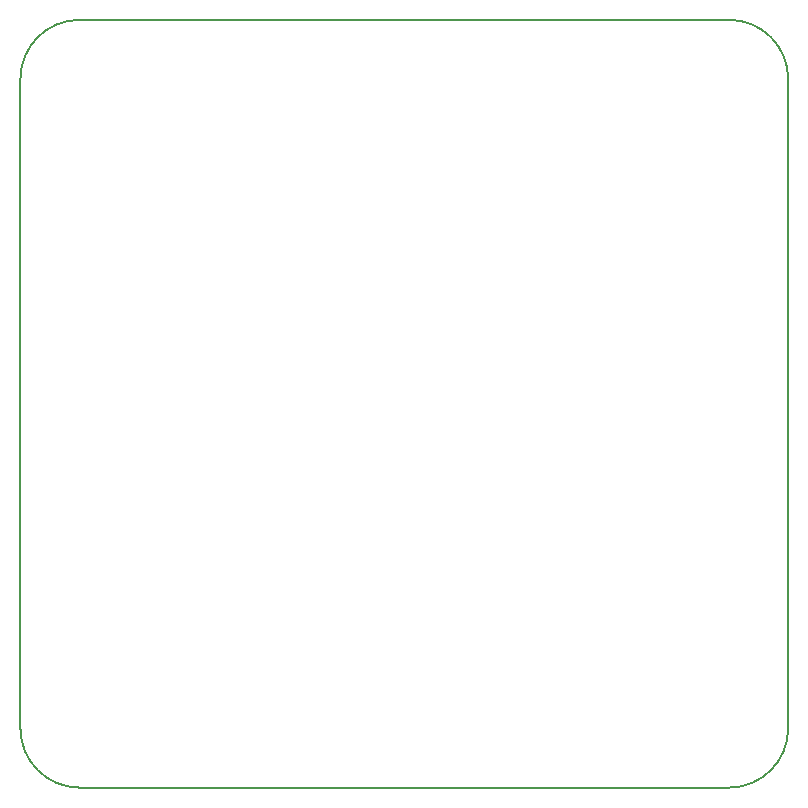
<source format=gm1>
%TF.GenerationSoftware,KiCad,Pcbnew,7.0.0-1.fc37*%
%TF.CreationDate,2023-03-02T16:58:32+00:00*%
%TF.ProjectId,led_strip_controller,6c65645f-7374-4726-9970-5f636f6e7472,4*%
%TF.SameCoordinates,Original*%
%TF.FileFunction,Profile,NP*%
%FSLAX46Y46*%
G04 Gerber Fmt 4.6, Leading zero omitted, Abs format (unit mm)*
G04 Created by KiCad (PCBNEW 7.0.0-1.fc37) date 2023-03-02 16:58:32*
%MOMM*%
%LPD*%
G01*
G04 APERTURE LIST*
%TA.AperFunction,Profile*%
%ADD10C,0.200000*%
%TD*%
G04 APERTURE END LIST*
D10*
X157220000Y-120000000D02*
G75*
G03*
X162220000Y-115000000I0J5000000D01*
G01*
X162220000Y-60000000D02*
G75*
G03*
X157220000Y-55000000I-5000000J0D01*
G01*
X97220000Y-115000000D02*
X97220000Y-60000000D01*
X102220000Y-55000000D02*
X157220000Y-55000000D01*
X157220000Y-120000000D02*
X102220000Y-120000000D01*
X162220000Y-60000000D02*
X162220000Y-115000000D01*
X97220000Y-115000000D02*
G75*
G03*
X102220000Y-120000000I5000000J0D01*
G01*
X102220000Y-55000000D02*
G75*
G03*
X97220000Y-60000000I0J-5000000D01*
G01*
M02*

</source>
